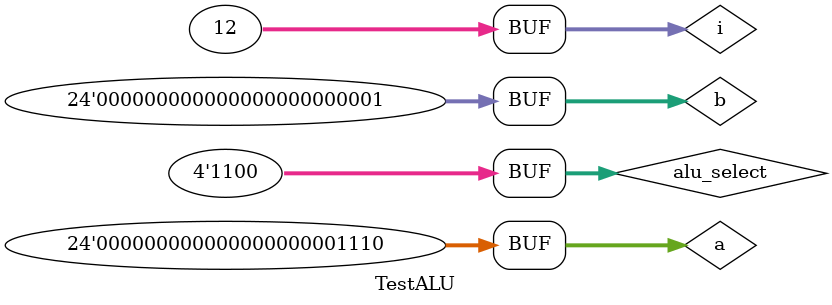
<source format=sv>
module TestALU;
	parameter WIDTH = 24;

	logic [WIDTH-1:0] a,b, result;
	logic [3:0] alu_select;
	logic [1:0] flags;
	integer i;
	
	
	ALU #(.N(WIDTH)) alu(a,b,alu_select,result,flags);
	
	initial begin
		a = 14;
		b = 1;
		alu_select = 0;
		#10;
		for (i=0; i <= 11; i=i+1)
			begin
				alu_select = alu_select + 1;
				#10;
			end
		end
endmodule
</source>
